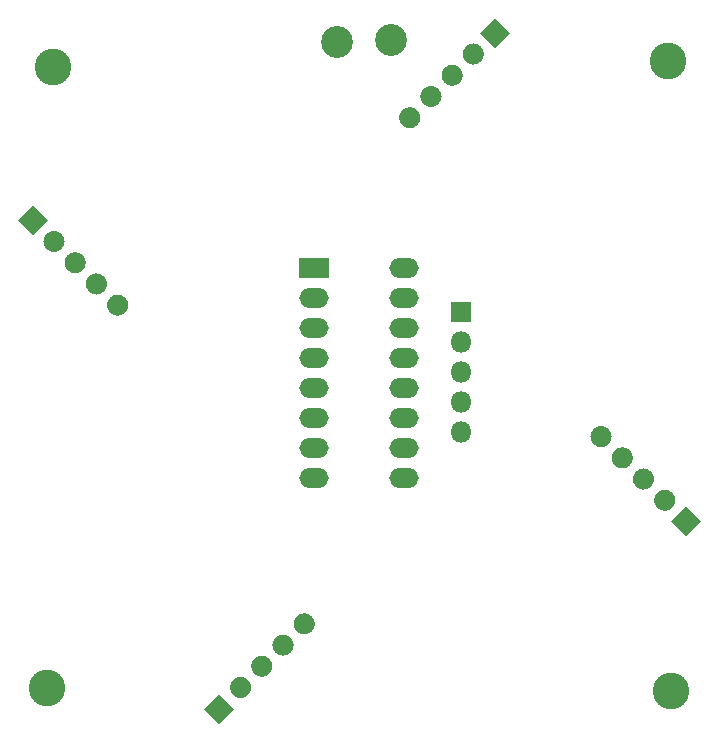
<source format=gbs>
G04 #@! TF.GenerationSoftware,KiCad,Pcbnew,(5.1.6-0-10_14)*
G04 #@! TF.CreationDate,2022-01-06T22:32:46-06:00*
G04 #@! TF.ProjectId,opto_isolator,6f70746f-5f69-4736-9f6c-61746f722e6b,rev?*
G04 #@! TF.SameCoordinates,Original*
G04 #@! TF.FileFunction,Soldermask,Bot*
G04 #@! TF.FilePolarity,Negative*
%FSLAX46Y46*%
G04 Gerber Fmt 4.6, Leading zero omitted, Abs format (unit mm)*
G04 Created by KiCad (PCBNEW (5.1.6-0-10_14)) date 2022-01-06 22:32:46*
%MOMM*%
%LPD*%
G01*
G04 APERTURE LIST*
%ADD10C,0.100000*%
%ADD11R,1.800000X1.800000*%
%ADD12O,1.800000X1.800000*%
%ADD13R,2.500000X1.700000*%
%ADD14O,2.500000X1.700000*%
%ADD15C,2.700000*%
%ADD16C,3.100000*%
G04 APERTURE END LIST*
D10*
G36*
X138507208Y-53730000D02*
G01*
X139780000Y-52457208D01*
X141052792Y-53730000D01*
X139780000Y-55002792D01*
X138507208Y-53730000D01*
G37*
G36*
G01*
X137347553Y-54889655D02*
X137347553Y-54889655D01*
G75*
G02*
X138620345Y-54889655I636396J-636396D01*
G01*
X138620345Y-54889655D01*
G75*
G02*
X138620345Y-56162447I-636396J-636396D01*
G01*
X138620345Y-56162447D01*
G75*
G02*
X137347553Y-56162447I-636396J636396D01*
G01*
X137347553Y-56162447D01*
G75*
G02*
X137347553Y-54889655I636396J636396D01*
G01*
G37*
G36*
G01*
X135551502Y-56685706D02*
X135551502Y-56685706D01*
G75*
G02*
X136824294Y-56685706I636396J-636396D01*
G01*
X136824294Y-56685706D01*
G75*
G02*
X136824294Y-57958498I-636396J-636396D01*
G01*
X136824294Y-57958498D01*
G75*
G02*
X135551502Y-57958498I-636396J636396D01*
G01*
X135551502Y-57958498D01*
G75*
G02*
X135551502Y-56685706I636396J636396D01*
G01*
G37*
G36*
G01*
X133755450Y-58481758D02*
X133755450Y-58481758D01*
G75*
G02*
X135028242Y-58481758I636396J-636396D01*
G01*
X135028242Y-58481758D01*
G75*
G02*
X135028242Y-59754550I-636396J-636396D01*
G01*
X135028242Y-59754550D01*
G75*
G02*
X133755450Y-59754550I-636396J636396D01*
G01*
X133755450Y-59754550D01*
G75*
G02*
X133755450Y-58481758I636396J636396D01*
G01*
G37*
G36*
G01*
X131959399Y-60277809D02*
X131959399Y-60277809D01*
G75*
G02*
X133232191Y-60277809I636396J-636396D01*
G01*
X133232191Y-60277809D01*
G75*
G02*
X133232191Y-61550601I-636396J-636396D01*
G01*
X133232191Y-61550601D01*
G75*
G02*
X131959399Y-61550601I-636396J636396D01*
G01*
X131959399Y-61550601D01*
G75*
G02*
X131959399Y-60277809I636396J636396D01*
G01*
G37*
D11*
X136980000Y-77360000D03*
D12*
X136980000Y-79900000D03*
X136980000Y-82440000D03*
X136980000Y-84980000D03*
X136980000Y-87520000D03*
D10*
G36*
X117752792Y-110950000D02*
G01*
X116480000Y-112222792D01*
X115207208Y-110950000D01*
X116480000Y-109677208D01*
X117752792Y-110950000D01*
G37*
G36*
G01*
X118912447Y-109790345D02*
X118912447Y-109790345D01*
G75*
G02*
X117639655Y-109790345I-636396J636396D01*
G01*
X117639655Y-109790345D01*
G75*
G02*
X117639655Y-108517553I636396J636396D01*
G01*
X117639655Y-108517553D01*
G75*
G02*
X118912447Y-108517553I636396J-636396D01*
G01*
X118912447Y-108517553D01*
G75*
G02*
X118912447Y-109790345I-636396J-636396D01*
G01*
G37*
G36*
G01*
X120708498Y-107994294D02*
X120708498Y-107994294D01*
G75*
G02*
X119435706Y-107994294I-636396J636396D01*
G01*
X119435706Y-107994294D01*
G75*
G02*
X119435706Y-106721502I636396J636396D01*
G01*
X119435706Y-106721502D01*
G75*
G02*
X120708498Y-106721502I636396J-636396D01*
G01*
X120708498Y-106721502D01*
G75*
G02*
X120708498Y-107994294I-636396J-636396D01*
G01*
G37*
G36*
G01*
X122504550Y-106198242D02*
X122504550Y-106198242D01*
G75*
G02*
X121231758Y-106198242I-636396J636396D01*
G01*
X121231758Y-106198242D01*
G75*
G02*
X121231758Y-104925450I636396J636396D01*
G01*
X121231758Y-104925450D01*
G75*
G02*
X122504550Y-104925450I636396J-636396D01*
G01*
X122504550Y-104925450D01*
G75*
G02*
X122504550Y-106198242I-636396J-636396D01*
G01*
G37*
G36*
G01*
X124300601Y-104402191D02*
X124300601Y-104402191D01*
G75*
G02*
X123027809Y-104402191I-636396J636396D01*
G01*
X123027809Y-104402191D01*
G75*
G02*
X123027809Y-103129399I636396J636396D01*
G01*
X123027809Y-103129399D01*
G75*
G02*
X124300601Y-103129399I636396J-636396D01*
G01*
X124300601Y-103129399D01*
G75*
G02*
X124300601Y-104402191I-636396J-636396D01*
G01*
G37*
G36*
G01*
X107227809Y-77420601D02*
X107227809Y-77420601D01*
G75*
G02*
X107227809Y-76147809I636396J636396D01*
G01*
X107227809Y-76147809D01*
G75*
G02*
X108500601Y-76147809I636396J-636396D01*
G01*
X108500601Y-76147809D01*
G75*
G02*
X108500601Y-77420601I-636396J-636396D01*
G01*
X108500601Y-77420601D01*
G75*
G02*
X107227809Y-77420601I-636396J636396D01*
G01*
G37*
G36*
G01*
X105431758Y-75624550D02*
X105431758Y-75624550D01*
G75*
G02*
X105431758Y-74351758I636396J636396D01*
G01*
X105431758Y-74351758D01*
G75*
G02*
X106704550Y-74351758I636396J-636396D01*
G01*
X106704550Y-74351758D01*
G75*
G02*
X106704550Y-75624550I-636396J-636396D01*
G01*
X106704550Y-75624550D01*
G75*
G02*
X105431758Y-75624550I-636396J636396D01*
G01*
G37*
G36*
G01*
X103635706Y-73828498D02*
X103635706Y-73828498D01*
G75*
G02*
X103635706Y-72555706I636396J636396D01*
G01*
X103635706Y-72555706D01*
G75*
G02*
X104908498Y-72555706I636396J-636396D01*
G01*
X104908498Y-72555706D01*
G75*
G02*
X104908498Y-73828498I-636396J-636396D01*
G01*
X104908498Y-73828498D01*
G75*
G02*
X103635706Y-73828498I-636396J636396D01*
G01*
G37*
G36*
G01*
X101839655Y-72032447D02*
X101839655Y-72032447D01*
G75*
G02*
X101839655Y-70759655I636396J636396D01*
G01*
X101839655Y-70759655D01*
G75*
G02*
X103112447Y-70759655I636396J-636396D01*
G01*
X103112447Y-70759655D01*
G75*
G02*
X103112447Y-72032447I-636396J-636396D01*
G01*
X103112447Y-72032447D01*
G75*
G02*
X101839655Y-72032447I-636396J636396D01*
G01*
G37*
G36*
X100680000Y-70872792D02*
G01*
X99407208Y-69600000D01*
X100680000Y-68327208D01*
X101952792Y-69600000D01*
X100680000Y-70872792D01*
G37*
G36*
X155980000Y-93827208D02*
G01*
X157252792Y-95100000D01*
X155980000Y-96372792D01*
X154707208Y-95100000D01*
X155980000Y-93827208D01*
G37*
G36*
G01*
X154820345Y-92667553D02*
X154820345Y-92667553D01*
G75*
G02*
X154820345Y-93940345I-636396J-636396D01*
G01*
X154820345Y-93940345D01*
G75*
G02*
X153547553Y-93940345I-636396J636396D01*
G01*
X153547553Y-93940345D01*
G75*
G02*
X153547553Y-92667553I636396J636396D01*
G01*
X153547553Y-92667553D01*
G75*
G02*
X154820345Y-92667553I636396J-636396D01*
G01*
G37*
G36*
G01*
X153024294Y-90871502D02*
X153024294Y-90871502D01*
G75*
G02*
X153024294Y-92144294I-636396J-636396D01*
G01*
X153024294Y-92144294D01*
G75*
G02*
X151751502Y-92144294I-636396J636396D01*
G01*
X151751502Y-92144294D01*
G75*
G02*
X151751502Y-90871502I636396J636396D01*
G01*
X151751502Y-90871502D01*
G75*
G02*
X153024294Y-90871502I636396J-636396D01*
G01*
G37*
G36*
G01*
X151228242Y-89075450D02*
X151228242Y-89075450D01*
G75*
G02*
X151228242Y-90348242I-636396J-636396D01*
G01*
X151228242Y-90348242D01*
G75*
G02*
X149955450Y-90348242I-636396J636396D01*
G01*
X149955450Y-90348242D01*
G75*
G02*
X149955450Y-89075450I636396J636396D01*
G01*
X149955450Y-89075450D01*
G75*
G02*
X151228242Y-89075450I636396J-636396D01*
G01*
G37*
G36*
G01*
X149432191Y-87279399D02*
X149432191Y-87279399D01*
G75*
G02*
X149432191Y-88552191I-636396J-636396D01*
G01*
X149432191Y-88552191D01*
G75*
G02*
X148159399Y-88552191I-636396J636396D01*
G01*
X148159399Y-88552191D01*
G75*
G02*
X148159399Y-87279399I636396J636396D01*
G01*
X148159399Y-87279399D01*
G75*
G02*
X149432191Y-87279399I636396J-636396D01*
G01*
G37*
D13*
X124470000Y-73630000D03*
D14*
X132090000Y-91410000D03*
X124470000Y-76170000D03*
X132090000Y-88870000D03*
X124470000Y-78710000D03*
X132090000Y-86330000D03*
X124470000Y-81250000D03*
X132090000Y-83790000D03*
X124470000Y-83790000D03*
X132090000Y-81250000D03*
X124470000Y-86330000D03*
X132090000Y-78710000D03*
X124470000Y-88870000D03*
X132090000Y-76170000D03*
X124470000Y-91410000D03*
X132090000Y-73630000D03*
D15*
X126460000Y-54470000D03*
X131020000Y-54356000D03*
D16*
X154432000Y-56134000D03*
X154686000Y-109474000D03*
X102362000Y-56642000D03*
X101854000Y-109220000D03*
M02*

</source>
